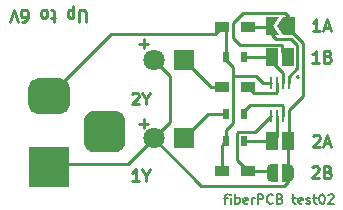
<source format=gbr>
%TF.GenerationSoftware,KiCad,Pcbnew,(5.1.6-0-10_14)*%
%TF.CreationDate,2021-01-22T14:36:40+09:00*%
%TF.ProjectId,test02,74657374-3032-42e6-9b69-6361645f7063,rev?*%
%TF.SameCoordinates,Original*%
%TF.FileFunction,Copper,L1,Top*%
%TF.FilePolarity,Positive*%
%FSLAX46Y46*%
G04 Gerber Fmt 4.6, Leading zero omitted, Abs format (unit mm)*
G04 Created by KiCad (PCBNEW (5.1.6-0-10_14)) date 2021-01-22 14:36:40*
%MOMM*%
%LPD*%
G01*
G04 APERTURE LIST*
%TA.AperFunction,NonConductor*%
%ADD10C,0.250000*%
%TD*%
%TA.AperFunction,NonConductor*%
%ADD11C,0.200000*%
%TD*%
%TA.AperFunction,SMDPad,CuDef*%
%ADD12C,0.100000*%
%TD*%
%TA.AperFunction,SMDPad,CuDef*%
%ADD13R,1.000000X1.500000*%
%TD*%
%TA.AperFunction,SMDPad,CuDef*%
%ADD14R,0.270000X1.120000*%
%TD*%
%TA.AperFunction,SMDPad,CuDef*%
%ADD15R,1.200000X0.900000*%
%TD*%
%TA.AperFunction,SMDPad,CuDef*%
%ADD16R,0.500000X0.900000*%
%TD*%
%TA.AperFunction,ComponentPad*%
%ADD17R,3.500000X3.500000*%
%TD*%
%TA.AperFunction,ComponentPad*%
%ADD18R,1.800000X1.800000*%
%TD*%
%TA.AperFunction,ComponentPad*%
%ADD19C,1.800000*%
%TD*%
%TA.AperFunction,Conductor*%
%ADD20C,0.250000*%
%TD*%
G04 APERTURE END LIST*
D10*
X150619047Y-77321428D02*
X151380952Y-77321428D01*
X151000000Y-77702380D02*
X151000000Y-76940476D01*
X150619047Y-70571428D02*
X151380952Y-70571428D01*
X151000000Y-70952380D02*
X151000000Y-70190476D01*
D11*
X157814285Y-83578571D02*
X158119047Y-83578571D01*
X157928571Y-84111904D02*
X157928571Y-83426190D01*
X157966666Y-83350000D01*
X158042857Y-83311904D01*
X158119047Y-83311904D01*
X158385714Y-84111904D02*
X158385714Y-83578571D01*
X158385714Y-83311904D02*
X158347619Y-83350000D01*
X158385714Y-83388095D01*
X158423809Y-83350000D01*
X158385714Y-83311904D01*
X158385714Y-83388095D01*
X158766666Y-84111904D02*
X158766666Y-83311904D01*
X158766666Y-83616666D02*
X158842857Y-83578571D01*
X158995238Y-83578571D01*
X159071428Y-83616666D01*
X159109523Y-83654761D01*
X159147619Y-83730952D01*
X159147619Y-83959523D01*
X159109523Y-84035714D01*
X159071428Y-84073809D01*
X158995238Y-84111904D01*
X158842857Y-84111904D01*
X158766666Y-84073809D01*
X159795238Y-84073809D02*
X159719047Y-84111904D01*
X159566666Y-84111904D01*
X159490476Y-84073809D01*
X159452380Y-83997619D01*
X159452380Y-83692857D01*
X159490476Y-83616666D01*
X159566666Y-83578571D01*
X159719047Y-83578571D01*
X159795238Y-83616666D01*
X159833333Y-83692857D01*
X159833333Y-83769047D01*
X159452380Y-83845238D01*
X160176190Y-84111904D02*
X160176190Y-83578571D01*
X160176190Y-83730952D02*
X160214285Y-83654761D01*
X160252380Y-83616666D01*
X160328571Y-83578571D01*
X160404761Y-83578571D01*
X160671428Y-84111904D02*
X160671428Y-83311904D01*
X160976190Y-83311904D01*
X161052380Y-83350000D01*
X161090476Y-83388095D01*
X161128571Y-83464285D01*
X161128571Y-83578571D01*
X161090476Y-83654761D01*
X161052380Y-83692857D01*
X160976190Y-83730952D01*
X160671428Y-83730952D01*
X161928571Y-84035714D02*
X161890476Y-84073809D01*
X161776190Y-84111904D01*
X161700000Y-84111904D01*
X161585714Y-84073809D01*
X161509523Y-83997619D01*
X161471428Y-83921428D01*
X161433333Y-83769047D01*
X161433333Y-83654761D01*
X161471428Y-83502380D01*
X161509523Y-83426190D01*
X161585714Y-83350000D01*
X161700000Y-83311904D01*
X161776190Y-83311904D01*
X161890476Y-83350000D01*
X161928571Y-83388095D01*
X162538095Y-83692857D02*
X162652380Y-83730952D01*
X162690476Y-83769047D01*
X162728571Y-83845238D01*
X162728571Y-83959523D01*
X162690476Y-84035714D01*
X162652380Y-84073809D01*
X162576190Y-84111904D01*
X162271428Y-84111904D01*
X162271428Y-83311904D01*
X162538095Y-83311904D01*
X162614285Y-83350000D01*
X162652380Y-83388095D01*
X162690476Y-83464285D01*
X162690476Y-83540476D01*
X162652380Y-83616666D01*
X162614285Y-83654761D01*
X162538095Y-83692857D01*
X162271428Y-83692857D01*
X163566666Y-83578571D02*
X163871428Y-83578571D01*
X163680952Y-83311904D02*
X163680952Y-83997619D01*
X163719047Y-84073809D01*
X163795238Y-84111904D01*
X163871428Y-84111904D01*
X164442857Y-84073809D02*
X164366666Y-84111904D01*
X164214285Y-84111904D01*
X164138095Y-84073809D01*
X164100000Y-83997619D01*
X164100000Y-83692857D01*
X164138095Y-83616666D01*
X164214285Y-83578571D01*
X164366666Y-83578571D01*
X164442857Y-83616666D01*
X164480952Y-83692857D01*
X164480952Y-83769047D01*
X164100000Y-83845238D01*
X164785714Y-84073809D02*
X164861904Y-84111904D01*
X165014285Y-84111904D01*
X165090476Y-84073809D01*
X165128571Y-83997619D01*
X165128571Y-83959523D01*
X165090476Y-83883333D01*
X165014285Y-83845238D01*
X164900000Y-83845238D01*
X164823809Y-83807142D01*
X164785714Y-83730952D01*
X164785714Y-83692857D01*
X164823809Y-83616666D01*
X164900000Y-83578571D01*
X165014285Y-83578571D01*
X165090476Y-83616666D01*
X165357142Y-83578571D02*
X165661904Y-83578571D01*
X165471428Y-83311904D02*
X165471428Y-83997619D01*
X165509523Y-84073809D01*
X165585714Y-84111904D01*
X165661904Y-84111904D01*
X166080952Y-83311904D02*
X166157142Y-83311904D01*
X166233333Y-83350000D01*
X166271428Y-83388095D01*
X166309523Y-83464285D01*
X166347619Y-83616666D01*
X166347619Y-83807142D01*
X166309523Y-83959523D01*
X166271428Y-84035714D01*
X166233333Y-84073809D01*
X166157142Y-84111904D01*
X166080952Y-84111904D01*
X166004761Y-84073809D01*
X165966666Y-84035714D01*
X165928571Y-83959523D01*
X165890476Y-83807142D01*
X165890476Y-83616666D01*
X165928571Y-83464285D01*
X165966666Y-83388095D01*
X166004761Y-83350000D01*
X166080952Y-83311904D01*
X166652380Y-83388095D02*
X166690476Y-83350000D01*
X166766666Y-83311904D01*
X166957142Y-83311904D01*
X167033333Y-83350000D01*
X167071428Y-83388095D01*
X167109523Y-83464285D01*
X167109523Y-83540476D01*
X167071428Y-83654761D01*
X166614285Y-84111904D01*
X167109523Y-84111904D01*
D10*
X164017960Y-73311022D02*
X164065579Y-73358641D01*
X164017960Y-73406260D01*
X163970340Y-73358641D01*
X164017960Y-73311022D01*
X164017960Y-73406260D01*
X165286725Y-81035899D02*
X165334344Y-80988280D01*
X165429582Y-80940660D01*
X165667678Y-80940660D01*
X165762916Y-80988280D01*
X165810535Y-81035899D01*
X165858154Y-81131137D01*
X165858154Y-81226375D01*
X165810535Y-81369232D01*
X165239106Y-81940660D01*
X165858154Y-81940660D01*
X166620059Y-81416851D02*
X166762916Y-81464470D01*
X166810535Y-81512089D01*
X166858154Y-81607327D01*
X166858154Y-81750184D01*
X166810535Y-81845422D01*
X166762916Y-81893041D01*
X166667678Y-81940660D01*
X166286725Y-81940660D01*
X166286725Y-80940660D01*
X166620059Y-80940660D01*
X166715297Y-80988280D01*
X166762916Y-81035899D01*
X166810535Y-81131137D01*
X166810535Y-81226375D01*
X166762916Y-81321613D01*
X166715297Y-81369232D01*
X166620059Y-81416851D01*
X166286725Y-81416851D01*
X165358154Y-78368899D02*
X165405773Y-78321280D01*
X165501011Y-78273660D01*
X165739106Y-78273660D01*
X165834344Y-78321280D01*
X165881963Y-78368899D01*
X165929582Y-78464137D01*
X165929582Y-78559375D01*
X165881963Y-78702232D01*
X165310535Y-79273660D01*
X165929582Y-79273660D01*
X166310535Y-78987946D02*
X166786725Y-78987946D01*
X166215297Y-79273660D02*
X166548630Y-78273660D01*
X166881963Y-79273660D01*
X165858154Y-72159120D02*
X165286725Y-72159120D01*
X165572440Y-72159120D02*
X165572440Y-71159120D01*
X165477201Y-71301978D01*
X165381963Y-71397216D01*
X165286725Y-71444835D01*
X166620059Y-71635311D02*
X166762916Y-71682930D01*
X166810535Y-71730549D01*
X166858154Y-71825787D01*
X166858154Y-71968644D01*
X166810535Y-72063882D01*
X166762916Y-72111501D01*
X166667678Y-72159120D01*
X166286725Y-72159120D01*
X166286725Y-71159120D01*
X166620059Y-71159120D01*
X166715297Y-71206740D01*
X166762916Y-71254359D01*
X166810535Y-71349597D01*
X166810535Y-71444835D01*
X166762916Y-71540073D01*
X166715297Y-71587692D01*
X166620059Y-71635311D01*
X166286725Y-71635311D01*
X165929582Y-69494660D02*
X165358154Y-69494660D01*
X165643868Y-69494660D02*
X165643868Y-68494660D01*
X165548630Y-68637518D01*
X165453392Y-68732756D01*
X165358154Y-68780375D01*
X166310535Y-69208946D02*
X166786725Y-69208946D01*
X166215297Y-69494660D02*
X166548630Y-68494660D01*
X166881963Y-69494660D01*
X150035714Y-74797619D02*
X150083333Y-74750000D01*
X150178571Y-74702380D01*
X150416666Y-74702380D01*
X150511904Y-74750000D01*
X150559523Y-74797619D01*
X150607142Y-74892857D01*
X150607142Y-74988095D01*
X150559523Y-75130952D01*
X149988095Y-75702380D01*
X150607142Y-75702380D01*
X151226190Y-75226190D02*
X151226190Y-75702380D01*
X150892857Y-74702380D02*
X151226190Y-75226190D01*
X151559523Y-74702380D01*
X150607142Y-82202380D02*
X150035714Y-82202380D01*
X150321428Y-82202380D02*
X150321428Y-81202380D01*
X150226190Y-81345238D01*
X150130952Y-81440476D01*
X150035714Y-81488095D01*
X151226190Y-81726190D02*
X151226190Y-82202380D01*
X150892857Y-81202380D02*
X151226190Y-81726190D01*
X151559523Y-81202380D01*
X146092857Y-68697619D02*
X146092857Y-67888095D01*
X146045238Y-67792857D01*
X145997619Y-67745238D01*
X145902380Y-67697619D01*
X145711904Y-67697619D01*
X145616666Y-67745238D01*
X145569047Y-67792857D01*
X145521428Y-67888095D01*
X145521428Y-68697619D01*
X145045238Y-68364285D02*
X145045238Y-67364285D01*
X145045238Y-68316666D02*
X144950000Y-68364285D01*
X144759523Y-68364285D01*
X144664285Y-68316666D01*
X144616666Y-68269047D01*
X144569047Y-68173809D01*
X144569047Y-67888095D01*
X144616666Y-67792857D01*
X144664285Y-67745238D01*
X144759523Y-67697619D01*
X144950000Y-67697619D01*
X145045238Y-67745238D01*
X143521428Y-68364285D02*
X143140476Y-68364285D01*
X143378571Y-68697619D02*
X143378571Y-67840476D01*
X143330952Y-67745238D01*
X143235714Y-67697619D01*
X143140476Y-67697619D01*
X142664285Y-67697619D02*
X142759523Y-67745238D01*
X142807142Y-67792857D01*
X142854761Y-67888095D01*
X142854761Y-68173809D01*
X142807142Y-68269047D01*
X142759523Y-68316666D01*
X142664285Y-68364285D01*
X142521428Y-68364285D01*
X142426190Y-68316666D01*
X142378571Y-68269047D01*
X142330952Y-68173809D01*
X142330952Y-67888095D01*
X142378571Y-67792857D01*
X142426190Y-67745238D01*
X142521428Y-67697619D01*
X142664285Y-67697619D01*
X140711904Y-68697619D02*
X140902380Y-68697619D01*
X140997619Y-68650000D01*
X141045238Y-68602380D01*
X141140476Y-68459523D01*
X141188095Y-68269047D01*
X141188095Y-67888095D01*
X141140476Y-67792857D01*
X141092857Y-67745238D01*
X140997619Y-67697619D01*
X140807142Y-67697619D01*
X140711904Y-67745238D01*
X140664285Y-67792857D01*
X140616666Y-67888095D01*
X140616666Y-68126190D01*
X140664285Y-68221428D01*
X140711904Y-68269047D01*
X140807142Y-68316666D01*
X140997619Y-68316666D01*
X141092857Y-68269047D01*
X141140476Y-68221428D01*
X141188095Y-68126190D01*
X140330952Y-68697619D02*
X139997619Y-67697619D01*
X139664285Y-68697619D01*
%TA.AperFunction,SMDPad,CuDef*%
D12*
%TO.P,JP4,1*%
%TO.N,VCC*%
G36*
X162290080Y-69042280D02*
G01*
X162790080Y-68292280D01*
X163790080Y-68292280D01*
X163790080Y-69792280D01*
X162790080Y-69792280D01*
X162290080Y-69042280D01*
G37*
%TD.AperFunction*%
%TA.AperFunction,SMDPad,CuDef*%
%TO.P,JP4,2*%
%TO.N,Net-(JP4-Pad2)*%
G36*
X161340080Y-68292280D02*
G01*
X162490080Y-68292280D01*
X161990080Y-69042280D01*
X162490080Y-69792280D01*
X161340080Y-69792280D01*
X161340080Y-68292280D01*
G37*
%TD.AperFunction*%
%TD*%
%TA.AperFunction,SMDPad,CuDef*%
%TO.P,JP2,2*%
%TO.N,Net-(JP2-Pad2)*%
G36*
X161915080Y-82237678D02*
G01*
X161890546Y-82237678D01*
X161841715Y-82232868D01*
X161793590Y-82223296D01*
X161746635Y-82209052D01*
X161701302Y-82190275D01*
X161658029Y-82167144D01*
X161617230Y-82139884D01*
X161579301Y-82108756D01*
X161544604Y-82074059D01*
X161513476Y-82036130D01*
X161486216Y-81995331D01*
X161463085Y-81952058D01*
X161444308Y-81906725D01*
X161430064Y-81859770D01*
X161420492Y-81811645D01*
X161415682Y-81762814D01*
X161415682Y-81738280D01*
X161415080Y-81738280D01*
X161415080Y-81238280D01*
X161415682Y-81238280D01*
X161415682Y-81213746D01*
X161420492Y-81164915D01*
X161430064Y-81116790D01*
X161444308Y-81069835D01*
X161463085Y-81024502D01*
X161486216Y-80981229D01*
X161513476Y-80940430D01*
X161544604Y-80902501D01*
X161579301Y-80867804D01*
X161617230Y-80836676D01*
X161658029Y-80809416D01*
X161701302Y-80786285D01*
X161746635Y-80767508D01*
X161793590Y-80753264D01*
X161841715Y-80743692D01*
X161890546Y-80738882D01*
X161915080Y-80738882D01*
X161915080Y-80738280D01*
X162415080Y-80738280D01*
X162415080Y-82238280D01*
X161915080Y-82238280D01*
X161915080Y-82237678D01*
G37*
%TD.AperFunction*%
%TA.AperFunction,SMDPad,CuDef*%
%TO.P,JP2,1*%
%TO.N,VCC*%
G36*
X162715080Y-80738280D02*
G01*
X163215080Y-80738280D01*
X163215080Y-80738882D01*
X163239614Y-80738882D01*
X163288445Y-80743692D01*
X163336570Y-80753264D01*
X163383525Y-80767508D01*
X163428858Y-80786285D01*
X163472131Y-80809416D01*
X163512930Y-80836676D01*
X163550859Y-80867804D01*
X163585556Y-80902501D01*
X163616684Y-80940430D01*
X163643944Y-80981229D01*
X163667075Y-81024502D01*
X163685852Y-81069835D01*
X163700096Y-81116790D01*
X163709668Y-81164915D01*
X163714478Y-81213746D01*
X163714478Y-81238280D01*
X163715080Y-81238280D01*
X163715080Y-81738280D01*
X163714478Y-81738280D01*
X163714478Y-81762814D01*
X163709668Y-81811645D01*
X163700096Y-81859770D01*
X163685852Y-81906725D01*
X163667075Y-81952058D01*
X163643944Y-81995331D01*
X163616684Y-82036130D01*
X163585556Y-82074059D01*
X163550859Y-82108756D01*
X163512930Y-82139884D01*
X163472131Y-82167144D01*
X163428858Y-82190275D01*
X163383525Y-82209052D01*
X163336570Y-82223296D01*
X163288445Y-82232868D01*
X163239614Y-82237678D01*
X163215080Y-82237678D01*
X163215080Y-82238280D01*
X162715080Y-82238280D01*
X162715080Y-80738280D01*
G37*
%TD.AperFunction*%
%TD*%
D13*
%TO.P,JP1,1*%
%TO.N,VCC*%
X163215080Y-78821280D03*
%TO.P,JP1,2*%
%TO.N,Net-(JP1-Pad2)*%
X161915080Y-78821280D03*
%TD*%
D14*
%TO.P,U1,1*%
%TO.N,Net-(JP4-Pad2)*%
X163315080Y-73860280D03*
%TO.P,U1,2*%
%TO.N,Net-(JP3-Pad2)*%
X162815080Y-73860280D03*
%TO.P,U1,3*%
%TO.N,Net-(R6-Pad2)*%
X162315080Y-73860280D03*
%TO.P,U1,4*%
%TO.N,GND*%
X161815080Y-73860280D03*
%TO.P,U1,5*%
%TO.N,Net-(JP2-Pad2)*%
X161815080Y-76670280D03*
%TO.P,U1,6*%
%TO.N,Net-(JP1-Pad2)*%
X162315080Y-76670280D03*
%TO.P,U1,7*%
%TO.N,Net-(R5-Pad2)*%
X162815080Y-76670280D03*
%TO.P,U1,8*%
%TO.N,VCC*%
X163315080Y-76670280D03*
%TD*%
D15*
%TO.P,R6,1*%
%TO.N,Net-(D2-Pad1)*%
X157655080Y-74249280D03*
%TO.P,R6,2*%
%TO.N,Net-(R6-Pad2)*%
X159855080Y-74249280D03*
%TD*%
D16*
%TO.P,R5,1*%
%TO.N,Net-(D1-Pad1)*%
X158005080Y-76535280D03*
%TO.P,R5,2*%
%TO.N,Net-(R5-Pad2)*%
X159505080Y-76535280D03*
%TD*%
D15*
%TO.P,R4,1*%
%TO.N,Net-(JP4-Pad2)*%
X159855080Y-69171820D03*
%TO.P,R4,2*%
%TO.N,GND*%
X157655080Y-69171820D03*
%TD*%
D16*
%TO.P,R3,1*%
%TO.N,Net-(JP3-Pad2)*%
X159500000Y-71706740D03*
%TO.P,R3,2*%
%TO.N,GND*%
X158000000Y-71706740D03*
%TD*%
D15*
%TO.P,R2,1*%
%TO.N,Net-(JP2-Pad2)*%
X159855080Y-81361280D03*
%TO.P,R2,2*%
%TO.N,GND*%
X157655080Y-81361280D03*
%TD*%
D16*
%TO.P,R1,1*%
%TO.N,Net-(JP1-Pad2)*%
X159505080Y-78821280D03*
%TO.P,R1,2*%
%TO.N,GND*%
X158005080Y-78821280D03*
%TD*%
D13*
%TO.P,JP3,1*%
%TO.N,VCC*%
X163210000Y-71706740D03*
%TO.P,JP3,2*%
%TO.N,Net-(JP3-Pad2)*%
X161910000Y-71706740D03*
%TD*%
%TO.P,J1,3*%
%TO.N,N/C*%
%TA.AperFunction,ComponentPad*%
G36*
G01*
X146825000Y-76250000D02*
X148575000Y-76250000D01*
G75*
G02*
X149450000Y-77125000I0J-875000D01*
G01*
X149450000Y-78875000D01*
G75*
G02*
X148575000Y-79750000I-875000J0D01*
G01*
X146825000Y-79750000D01*
G75*
G02*
X145950000Y-78875000I0J875000D01*
G01*
X145950000Y-77125000D01*
G75*
G02*
X146825000Y-76250000I875000J0D01*
G01*
G37*
%TD.AperFunction*%
%TO.P,J1,2*%
%TO.N,GND*%
%TA.AperFunction,ComponentPad*%
G36*
G01*
X142000000Y-73500000D02*
X144000000Y-73500000D01*
G75*
G02*
X144750000Y-74250000I0J-750000D01*
G01*
X144750000Y-75750000D01*
G75*
G02*
X144000000Y-76500000I-750000J0D01*
G01*
X142000000Y-76500000D01*
G75*
G02*
X141250000Y-75750000I0J750000D01*
G01*
X141250000Y-74250000D01*
G75*
G02*
X142000000Y-73500000I750000J0D01*
G01*
G37*
%TD.AperFunction*%
D17*
%TO.P,J1,1*%
%TO.N,VCC*%
X143000000Y-81000000D03*
%TD*%
D18*
%TO.P,D2,1*%
%TO.N,Net-(D2-Pad1)*%
X154437080Y-71963280D03*
D19*
%TO.P,D2,2*%
%TO.N,VCC*%
X151897080Y-71963280D03*
%TD*%
D18*
%TO.P,D1,1*%
%TO.N,Net-(D1-Pad1)*%
X154437080Y-78567280D03*
D19*
%TO.P,D1,2*%
%TO.N,VCC*%
X151897080Y-78567280D03*
%TD*%
D20*
%TO.N,Net-(D1-Pad1)*%
X156469080Y-76535280D02*
X154437080Y-78567280D01*
X158005080Y-76535280D02*
X156469080Y-76535280D01*
%TO.N,VCC*%
X163215080Y-78821280D02*
X163215080Y-81361280D01*
X163315080Y-78721280D02*
X163215080Y-78821280D01*
X163315080Y-76670280D02*
X163315080Y-78721280D01*
X163210000Y-69251900D02*
X163290080Y-69171820D01*
X159179841Y-70631739D02*
X158580081Y-70031979D01*
X162670001Y-70631739D02*
X162735001Y-70696739D01*
X159179841Y-70631739D02*
X162670001Y-70631739D01*
X162735001Y-71231741D02*
X163210000Y-71706740D01*
X162735001Y-70696739D02*
X162735001Y-71231741D01*
X163290080Y-69315408D02*
X163290080Y-69042280D01*
X164485010Y-70510338D02*
X163290080Y-69315408D01*
X164485011Y-75026829D02*
X164485010Y-70510338D01*
X163315080Y-76196760D02*
X164485011Y-75026829D01*
X163315080Y-76670280D02*
X163315080Y-76196760D01*
X151897080Y-71963280D02*
X153250000Y-73316200D01*
X153250000Y-77214360D02*
X151897080Y-78567280D01*
X153250000Y-73316200D02*
X153250000Y-77214360D01*
X159424628Y-67967270D02*
X158580081Y-68811817D01*
X162965070Y-67967270D02*
X159424628Y-67967270D01*
X163290080Y-68292280D02*
X162965070Y-67967270D01*
X158580081Y-68811817D02*
X158580081Y-70031979D01*
X163290080Y-69042280D02*
X163290080Y-68292280D01*
X149711990Y-80752370D02*
X151897080Y-78567280D01*
X143247630Y-80752370D02*
X149711990Y-80752370D01*
X143000000Y-81000000D02*
X143247630Y-80752370D01*
X162887662Y-82563290D02*
X155893090Y-82563290D01*
X163215080Y-82235872D02*
X162887662Y-82563290D01*
X155893090Y-82563290D02*
X151897080Y-78567280D01*
X163215080Y-81488280D02*
X163215080Y-82235872D01*
%TO.N,Net-(D2-Pad1)*%
X156723080Y-74249280D02*
X154437080Y-71963280D01*
X157655080Y-74249280D02*
X156723080Y-74249280D01*
%TO.N,GND*%
X157655080Y-79171280D02*
X158005080Y-78821280D01*
X157655080Y-69171820D02*
X157723840Y-69171820D01*
X158000000Y-69447980D02*
X158000000Y-71706740D01*
X157723840Y-69171820D02*
X158000000Y-69447980D01*
X158000000Y-71952420D02*
X158000000Y-71706740D01*
X158005080Y-77851700D02*
X158580081Y-77276699D01*
X158580081Y-72532501D02*
X158000000Y-71952420D01*
X158005080Y-78821280D02*
X158005080Y-77851700D01*
X161815080Y-73860280D02*
X161137220Y-73860280D01*
X160540439Y-73263499D02*
X158580081Y-73263499D01*
X161137220Y-73860280D02*
X160540439Y-73263499D01*
X158580081Y-73263499D02*
X158580081Y-72532501D01*
X158580081Y-77276699D02*
X158580081Y-73263499D01*
X157655080Y-79621560D02*
X157655080Y-79171280D01*
X157655080Y-80094920D02*
X157655080Y-79621560D01*
X157655080Y-81361280D02*
X157655080Y-80094920D01*
X148259534Y-69740466D02*
X157086434Y-69740466D01*
X157086434Y-69740466D02*
X157655080Y-69171820D01*
X143000000Y-75000000D02*
X148259534Y-69740466D01*
%TO.N,Net-(JP1-Pad2)*%
X161915080Y-78821280D02*
X159505080Y-78821280D01*
X162315080Y-78421280D02*
X161915080Y-78821280D01*
X162315080Y-76670280D02*
X162315080Y-78421280D01*
%TO.N,Net-(JP2-Pad2)*%
X158930079Y-78111279D02*
X158930079Y-80436279D01*
X158995079Y-78046279D02*
X158930079Y-78111279D01*
X158930079Y-80436279D02*
X159855080Y-81361280D01*
X160439081Y-78046279D02*
X158995079Y-78046279D01*
X161815080Y-76670280D02*
X160439081Y-78046279D01*
X161788080Y-81361280D02*
X161915080Y-81488280D01*
X159855080Y-81361280D02*
X161788080Y-81361280D01*
%TO.N,Net-(JP3-Pad2)*%
X159500000Y-71706740D02*
X161910000Y-71706740D01*
X161910000Y-72145200D02*
X161910000Y-71706740D01*
X162815080Y-73050280D02*
X161910000Y-72145200D01*
X162815080Y-73860280D02*
X162815080Y-73050280D01*
%TO.N,Net-(JP4-Pad2)*%
X159855080Y-69171820D02*
X161840080Y-69171820D01*
X161840080Y-69171820D02*
X161840080Y-69417100D01*
X164035001Y-70696739D02*
X164035001Y-72652359D01*
X162229529Y-70181729D02*
X163519991Y-70181729D01*
X163519991Y-70181729D02*
X164035001Y-70696739D01*
X161840080Y-69792280D02*
X162229529Y-70181729D01*
X161840080Y-69042280D02*
X161840080Y-69792280D01*
X163315080Y-73372280D02*
X163315080Y-73860280D01*
X164035001Y-72652359D02*
X163315080Y-73372280D01*
%TO.N,Net-(R5-Pad2)*%
X162815080Y-75860280D02*
X162728080Y-75773280D01*
X162815080Y-76670280D02*
X162815080Y-75860280D01*
X162728080Y-75773280D02*
X160025080Y-75773280D01*
X159505080Y-76293280D02*
X159505080Y-76535280D01*
X160025080Y-75773280D02*
X159505080Y-76293280D01*
%TO.N,Net-(R6-Pad2)*%
X160351081Y-74745281D02*
X159855080Y-74249280D01*
X162210081Y-74745281D02*
X160351081Y-74745281D01*
X162315080Y-74640282D02*
X162210081Y-74745281D01*
X162315080Y-73860280D02*
X162315080Y-74640282D01*
%TD*%
M02*

</source>
